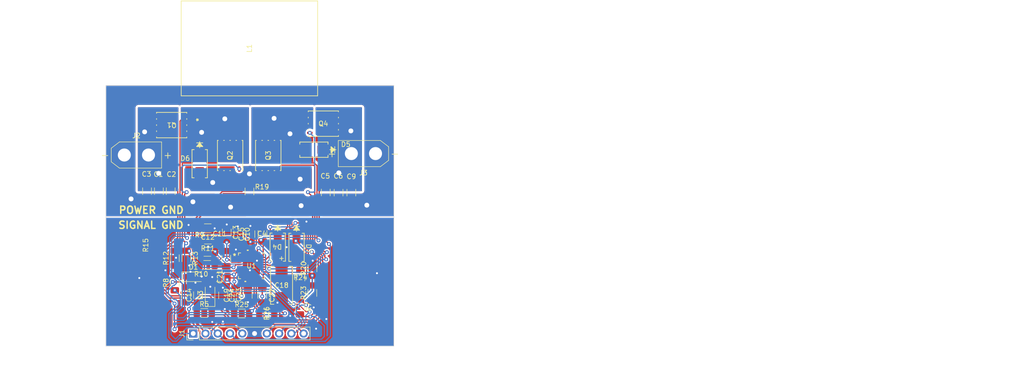
<source format=kicad_pcb>
(kicad_pcb (version 20221018) (generator pcbnew)
  (layers (0 "F.Cu" signal) (31 "B.Cu" signal) (34 "B.Paste" user) (35 "F.Paste" user) (36 "B.SilkS" user "B.Silkscreen") (37 "F.SilkS" user "F.Silkscreen") (38 "B.Mask" user) (39 "F.Mask" user) (44 "Edge.Cuts" user))
  (net 0 "")
  (net 1 "GND")
  (net 2 "Net-(D4-K)")
  (net 3 "SW1")
  (net 4 "VOUT")
  (net 5 "SS")
  (net 6 "SENSE-")
  (net 7 "SENSE+")
  (net 8 "Net-(C12-Pad2)")
  (net 9 "ITH")
  (net 10 "VIN")
  (net 11 "EXTVCC")
  (net 12 "INTVCC")
  (net 13 "FCB")
  (net 14 "PLLFLTR")
  (net 15 "Net-(D7-K)")
  (net 16 "SW2")
  (net 17 "STBYMD")
  (net 18 "Net-(C24-Pad2)")
  (net 19 "RUN")
  (net 20 "SHUNT+")
  (net 21 "PGOOD")
  (net 22 "PLLIN")
  (net 23 "TG2")
  (net 24 "BG2")
  (net 25 "BG1")
  (net 26 "TG1")
  (net 27 "VOS+")
  (net 28 "VOSENSE")
  (net 29 "BOOST1")
  (net 30 "BOOST2")
  (net 39 "VCC")
  (footprint "Mechatronic Footprints:CR_SMA_320-340AE_DIO" (layer "F.Cu") (at 132.0458 115.7 180)
    (fp_text reference "D5")
    (fp_text value "1N5819HW")
  )
  (footprint "Mechatronic Footprints:PG-TDSON-8_INF" (layer "F.Cu") (at 122.6 116.9 90)
    (fp_text reference "Q3")
    (fp_text value "BSC009NE2LS5IATMA1 C (BG1)(2A)(BOOST)")
  )
  (footprint "Capacitor_SMD:C_1206_3216Metric_Pad1.33x1.80mm_HandSolder" (layer "F.Cu") (at 99.95 124.3 90)
    (fp_text reference "C1")
    (fp_text value "10u 35V")
  )
  (footprint "Resistor_SMD:R_1206_3216Metric_Pad1.30x1.75mm_HandSolder" (layer "F.Cu") (at 122.3 149.6375)
    (fp_text reference "R26")
    (fp_text value "0")
  )
  (footprint "Capacitor_SMD:C_1206_3216Metric_Pad1.33x1.80mm_HandSolder" (layer "F.Cu") (at 118.35 145.8 90)
    (fp_text reference "C23")
    (fp_text value "0.01u")
  )
  (footprint "Diode_SMD:D_SOD-123" (layer "F.Cu") (at 107.1 142.0375)
    (fp_text reference "D1")
    (fp_text value "4.7V Zener")
  )
  (footprint "Resistor_SMD:R_1206_3216Metric_Pad1.30x1.75mm_HandSolder" (layer "F.Cu") (at 105.65 138.1875 -90)
    (fp_text reference "R13")
    (fp_text value "8.06K 1%")
  )
  (footprint "Mechatronic Footprints:CR_SMA_320-340AE_DIO" (layer "F.Cu") (at 108.4 118.6 -90)
    (fp_text reference "D6")
    (fp_text value "B0540W")
  )
  (footprint "Capacitor_SMD:C_1206_3216Metric_Pad1.33x1.80mm_HandSolder" (layer "F.Cu") (at 137.15 124.6 90)
    (fp_text reference "C6")
    (fp_text value "22u 16V")
  )
  (footprint "Resistor_SMD:R_1206_3216Metric_Pad1.30x1.75mm_HandSolder" (layer "F.Cu") (at 131.75 140.2875 90)
    (fp_text reference "R20")
    (fp_text value "12.4K 1%")
  )
  (footprint "Resistor_SMD:R_1206_3216Metric_Pad1.30x1.75mm_HandSolder" (layer "F.Cu") (at 109.95 139.575 180)
    (fp_text reference "R10")
    (fp_text value "100 1%")
  )
  (footprint "Resistor_SMD:R_1206_3216Metric_Pad1.30x1.75mm_HandSolder" (layer "F.Cu") (at 105.55 145.7875 90)
    (fp_text reference "R15")
    (fp_text value "51K")
  )
  (footprint "Mechatronic Footprints:LOWESRCAPMP7.6X4.3_3.1N_KEM" (layer "F.Cu") (at 125.35 143.809694 -90)
    (fp_text reference "C18")
    (fp_text value "4.7u Low ESR")
  )
  (footprint "Resistor_SMD:R_1206_3216Metric_Pad1.30x1.75mm_HandSolder" (layer "F.Cu") (at 109.35 149.5375)
    (fp_text reference "R5")
    (fp_text value "10")
  )
  (footprint "Connector_AMASS:AMASS_XT30U-M_1x02_P5.0mm_Vertical" (layer "F.Cu") (at 92.8 116.8)
    (fp_text reference "J2")
    (fp_text value "Power In")
  )
  (footprint "Capacitor_SMD:C_1206_3216Metric_Pad1.33x1.80mm_HandSolder" (layer "F.Cu") (at 114 132.8375 -90)
    (fp_text reference "C13")
    (fp_text value "47p")
  )
  (footprint "Resistor_SMD:R_1206_3216Metric_Pad1.30x1.75mm_HandSolder" (layer "F.Cu") (at 103.25 138.1875 90)
    (fp_text reference "R12")
    (fp_text value "113K 1%")
  )
  (footprint "Resistor_SMD:R_1206_3216Metric_Pad1.30x1.75mm_HandSolder" (layer "F.Cu") (at 117.1 149.6375)
    (fp_text reference "R25")
    (fp_text value "1")
  )
  (footprint "Capacitor_SMD:C_1206_3216Metric_Pad1.33x1.80mm_HandSolder" (layer "F.Cu") (at 118.9 133.2 90)
    (fp_text reference "C15")
    (fp_text value "1u")
  )
  (footprint "Capacitor_SMD:C_1206_3216Metric_Pad1.33x1.80mm_HandSolder" (layer "F.Cu") (at 121.35 145.8 90)
    (fp_text reference "C22")
    (fp_text value ".22u 16V")
  )
  (footprint "Connector_PinHeader_2.54mm:PinHeader_1x10_P2.54mm_Vertical" (layer "F.Cu") (at 107.06 153.8 90)
    (fp_text reference "J1")
    (fp_text value "Header Pins")
  )
  (footprint "Resistor_SMD:R_1206_3216Metric_Pad1.30x1.75mm_HandSolder" (layer "F.Cu") (at 110.1 134.3375 180)
    (fp_text reference "R11")
    (fp_text value "30K")
  )
  (footprint "Resistor_SMD:R_1206_3216Metric_Pad1.30x1.75mm_HandSolder" (layer "F.Cu") (at 103.25 143.2875 90)
    (fp_text reference "R8")
    (fp_text value "10")
  )
  (footprint "Capacitor_SMD:C_1206_3216Metric_Pad1.33x1.80mm_HandSolder" (layer "F.Cu") (at 97.5 124.3 90)
    (fp_text reference "C3")
    (fp_text value "10u 35V")
  )
  (footprint "Resistor_SMD:R_1206_3216Metric_Pad1.30x1.75mm_HandSolder" (layer "F.Cu") (at 118.7 124.35 -90)
    (fp_text reference "R19")
    (fp_text value "25m 2%")
  )
  (footprint "Capacitor_SMD:C_1206_3216Metric_Pad1.33x1.80mm_HandSolder" (layer "F.Cu") (at 139.8 124.6 90)
    (fp_text reference "C9")
    (fp_text value "22u 16V")
  )
  (footprint "Capacitor_SMD:C_1206_3216Metric_Pad1.33x1.80mm_HandSolder" (layer "F.Cu") (at 112.5875 142.1375)
    (fp_text reference "C21")
    (fp_text value "10000p")
  )
  (footprint "Resistor_SMD:R_1206_3216Metric_Pad1.30x1.75mm_HandSolder" (layer "F.Cu") (at 129.15 148.2875 -90)
    (fp_text reference "R7")
    (fp_text value "10k")
  )
  (footprint "Resistor_SMD:R_1206_3216Metric_Pad1.30x1.75mm_HandSolder" (layer "F.Cu") (at 131.7253 145.3875 90)
    (fp_text reference "R23")
    (fp_text value "47.5K 1%")
  )
  (footprint "Resistor_SMD:R_1206_3216Metric_Pad1.30x1.75mm_HandSolder" (layer "F.Cu") (at 129.25 142.1875 90)
    (fp_text reference "R24")
    (fp_text value "0")
  )
  (footprint "Capacitor_SMD:C_1206_3216Metric_Pad1.33x1.80mm_HandSolder" (layer "F.Cu") (at 116.4 133.2375 -90)
    (fp_text reference "C10")
    (fp_text value ".22u")
  )
  (footprint "Mechatronic Footprints:PG-TDSON-8_INF" (layer "F.Cu") (at 134 110.3)
    (fp_text reference "Q4")
    (fp_text value "BSC009NE2LS5IATMA1 D (TG1)(2B)(BOOST)")
  )
  (footprint "Capacitor_SMD:C_1206_3216Metric_Pad1.33x1.80mm_HandSolder" (layer "F.Cu") (at 113.25 145.9 -90)
    (fp_text reference "C24")
    (fp_text value "1n")
  )
  (footprint "Capacitor_SMD:C_1206_3216Metric_Pad1.33x1.80mm_HandSolder" (layer "F.Cu") (at 113.9 138.275 90)
    (fp_text reference "C11")
    (fp_text value "68p")
  )
  (footprint "Mechatronic Footprints:PG-TDSON-8_INF" (layer "F.Cu") (at 114.7 116.9 90)
    (fp_text reference "Q2")
    (fp_text value "BSC009NE2LS5IATMA1 B (BG2)(1B)(BUCK)")
  )
  (footprint "Connector_AMASS:AMASS_XT30U-F_1x02_P5.0mm_Vertical" (layer "F.Cu") (at 144.8 116.5 180)
    (fp_text reference "J3")
    (fp_text value "Power Out")
  )
  (footprint "Mechatronic Footprints:CR_SMA_320-340AE_DIO" (layer "F.Cu") (at 124.55 135.8917 -90)
    (fp_text reference "D4")
    (fp_text value "B0540W")
  )
  (footprint "Mechatronic Footprints:QFN-32_UH_LIT" (layer "F.Cu") (at 119.1 139.775)
    (fp_text reference "U1")
    (fp_text value "LTC3780EUH-TRPBF")
  )
  (footprint "Diode_SMD:D_SOD-123" (layer "F.Cu") (at 110.55 145.8375 90)
    (fp_text reference "D3")
    (fp_text value "36V Zener")
  )
  (footprint "Mechatronic Footprints:IND_410680_WRE" (layer "F.Cu") (at 118.7 94.7 90)
    (fp_text reference "L1")
    (fp_text value "10u")
  )
  (footprint "Capacitor_SMD:C_1206_3216Metric_Pad1.33x1.80mm_HandSolder" (layer "F.Cu") (at 110.0735 131.9828 180)
    (fp_text reference "C12")
    (fp_text value "3.3n")
  )
  (footprint "Mechatronic Footprints:PG-TDSON-8_INF" (layer "F.Cu") (at 102.6 110.6 180)
    (fp_text reference "Q1")
    (fp_text value "BSC009NE2LS5IATMA1 A (TG2)(1A)(BUCK)")
  )
  (footprint "Resistor_SMD:R_1206_3216Metric_Pad1.30x1.75mm_HandSolder" (layer "F.Cu") (at 110 136.875 180)
    (fp_text reference "R9")
    (fp_text value "100 1%")
  )
  (footprint "Capacitor_SMD:C_1206_3216Metric_Pad1.33x1.80mm_HandSolder" (layer "F.Cu") (at 121.4 133.1625 -90)
    (fp_text reference "C4")
    (fp_text value ".22u 16V")
  )
  (footprint "Capacitor_SMD:C_1206_3216Metric_Pad1.33x1.80mm_HandSolder" (layer "F.Cu") (at 115.85 145.9 90)
    (fp_text reference "C19")
    (fp_text value "1000p")
  )
  (footprint "Mechatronic Footprints:CR_SMA_320-340AE_DIO" (layer "F.Cu") (at 128.45 135.9375 -90)
    (fp_text reference "D7")
    (fp_text value "B0540W")
  )
  (footprint "Capacitor_SMD:C_1206_3216Metric_Pad1.33x1.80mm_HandSolder" (layer "F.Cu") (at 108.05 145.8375 90)
    (fp_text reference "C14")
    (fp_text value "0.1u")
  )
  (footprint "Capacitor_SMD:C_1206_3216Metric_Pad1.33x1.80mm_HandSolder" (layer "F.Cu") (at 102.4 124.3 90)
    (fp_text reference "C2")
    (fp_text value "10u 35V")
  )
  (footprint "Capacitor_SMD:C_1206_3216Metric_Pad1.33x1.80mm_HandSolder" (layer "F.Cu") (at 134.5 124.5625 90)
    (fp_text reference "C5")
    (fp_text value "22u 16V")
  )
  (gr_line (start 89 102.4) (end 89 156.4) (stroke (width 0.1)) (layer "Edge.Cuts"))
  (gr_line (start 148.6 156.4) (end 148.6 102.4) (stroke (width 0.1)) (layer "Edge.Cuts"))
  (gr_line (start 148.6 102.4) (end 89 102.4) (stroke (width 0.1)) (layer "Edge.Cuts"))
  (gr_line (start 89 156.4) (end 148.6 156.4) (stroke (width 0.1)) (layer "Edge.Cuts"))
  (gr_text "POWER GND" (at 91.5 129.1) (layer "F.SilkS") (effects (font (size 1.5 1.5) (thickness 0.3) bold) (justify left bottom)))
  (gr_text "SIGNAL GND" (at 91.4 132.2) (layer "F.SilkS") (effects (font (size 1.5 1.5) (thickness 0.3) bold) (justify left bottom)))
  (segment (start 107.399 138.149) (end 107.399 136.001) (width 0.25) (layer "F.Cu") (net 1))
  (segment (start 118.85 140.025) (end 119.1 139.775) (width 0.25) (layer "F.Cu") (net 1))
  (segment (start 117.600499 124.800499) (end 118.7 125.9) (width 0.25) (layer "F.Cu") (net 1))
  (segment (start 116.6476 140.025) (end 118.85 140.025) (width 0.25) (layer "F.Cu") (net 1))
  (segment (start 113.300207 124.800499) (end 117.600499 124.800499) (width 0.25) (layer "F.Cu") (net 1))
  (segment (start 108.4 139.15) (end 107.399 138.149) (width 0.25) (layer "F.Cu") (net 1))
  (segment (start 107.3 135.902) (end 107.3 130.800706) (width 0.25) (layer "F.Cu") (net 1))
  (segment (start 115.95 147.3625) (end 115.85 147.4625) (width 0.25) (layer "F.Cu") (net 1))
  (segment (start 115.8 147.2) (end 115.95 147.3625) (width 0.25) (layer "F.Cu") (net 1))
  (segment (start 107.3 130.800706) (end 113.300207 124.800499) (width 0.25) (layer "F.Cu") (net 1))
  (segment (start 107.399 136.001) (end 107.3 135.902) (width 0.25) (layer "F.Cu") (net 1))
  (segment (start 118.799599 140.075401) (end 119.1 139.775) (width 0.25) (layer "F.Cu") (net 1))
  (segment (start 121.5524 140.525001) (end 119.850001 140.525001) (width 0.25) (layer "F.Cu") (net 1))
  (segment (start 118.35 147.3625) (end 118.4 147.3) (width 0.25) (layer "F.Cu") (net 1))
  (segment (start 118.4 147.3) (end 115.8 147.2) (width 0.25) (layer "F.Cu") (net 1))
  (segment (start 119.850001 140.525001) (end 119.1 139.775) (width 0.25) (layer "F.Cu") (net 1))
  (via (at 94.2 125.9) (size 1.5) (drill 1) (layers "F.Cu" "B.Cu") (net 1))
  (via (at 120.2566 138.702793) (size 0.8) (drill 0.4) (layers "F.Cu" "B.Cu") (net 1))
  (via (at 115.8 147.2) (size 0.8) (drill 0.4) (layers "F.Cu" "B.Cu") (net 1))
  (via (at 110.2 135.8) (size 0.8) (drill 0.4) (layers "F.Cu" "B.Cu") (net 1))
  (via (at 106.2245 139.7) (size 0.8) (drill 0.4) (layers "F.Cu" "B.Cu") (net 1))
  (via (at 131.8 138.7) (size 0.8) (drill 0.4) (layers "F.Cu" "B.Cu") (net 1))
  (via (at 106.1 131.3) (size 0.8) (drill 0.4) (layers "F.Cu" "B.Cu") (net 1))
  (via (at 101.3 140.7) (size 0.8) (drill 0.4) (layers "F.Cu" "B.Cu") (net 1))
  (via (at 124.5 147.4) (size 0.8) (drill 0.4) (layers "F.Cu" "B.Cu") (net 1))
  (via (at 113.2 151.3245) (size 0.8) (drill 0.4) (layers "F.Cu" "B.Cu") (net 1))
  (via (at 103.5 138.1) (size 0.8) (drill 0.4) (layers "F.Cu" "B.Cu") (net 1))
  (via (at 107 126.5) (size 1.5) (drill 1) (layers "F.Cu" "B.Cu") (net 1))
  (via (at 114 131.2) (size 0.8) (drill 0.4) (layers "F.Cu" "B.Cu") (net 1))
  (via (at 132 148.4) (size 0.8) (drill 0.4) (layers "F.Cu" "B.Cu") (net 1))
  (via (at 111 142.1) (size 0.8) (drill 0.4) (layers "F.Cu" "B.Cu") (net 1))
  (via (at 118.9 131.5) (size 0.8) (drill 0.4) (layers "F.Cu" "B.Cu") (net 1))
  (via (at 111 151.4) (size 0.8) (drill 0.4) (layers "F.Cu" "B.Cu") (net 1))
  (via (at 143 127.2) (size 1.5) (drill 1) (layers "F.Cu" "B.Cu") (net 1))
  (via (at 108.8 142) (size 0.8) (drill 0.4) (layers "F.Cu" "B.Cu") (net 1))
  (via (at 118.8 140.7) (size 0.8) (drill 0.4) (layers "F.Cu" "B.Cu") (net 1))
  (via (at 126.4 135.9) (size 0.8) (drill 0.4) (layers "F.Cu" "B.Cu") (net 1))
  (via (at 116.3 131.6) (size 0.8) (drill 0.4) (layers "F.Cu" "B.Cu") (net 1))
  (via (at 127.15 150.15) (size 0.8) (drill 0.4) (layers "F.Cu" "B.Cu") (net 1))
  (via (at 107.524077 143.263594) (size 0.8) (drill 0.4) (layers "F.Cu" "B.Cu") (net 1))
  (via (at 130.5 130.6) (size 0.8) (drill 0.4) (layers "F.Cu" "B.Cu") (net 1))
  (via (at 106.5 141) (size 0.8) (drill 0.4) (layers "F.Cu" "B.Cu") (net 1))
  (via (at 134.6255 150.8) (size 0.8) (drill 0.4) (layers "F.Cu" "B.Cu") (net 1))
  (via (at 115.9 136.4) (size 0.8) (drill 0.4) (layers "F.Cu" "B.Cu") (net 1))
  (via (at 113.6 148.725999) (size 0.8) (drill 0.4) (layers "F.Cu" "B.Cu") (net 1))
  (via (at 110.6 144.1) (size 0.8) (drill 0.4) (layers "F.Cu" "B.Cu") (net 1))
  (via (at 132.5 152.8) (size 0.8) (drill 0.4) (layers "F.Cu" "B.Cu") (net 1))
  (via (at 114.8 127.6) (size 1.5) (drill 1) (layers "F.Cu" "B.Cu") (net 1))
  (via (at 118.4 147.3) (size 0.8) (drill 0.4) (layers "F.Cu" "B.Cu") (net 1))
  (via (at 95.9 142.3) (size 0.8) (drill 0.4) (layers "F.Cu" "B.Cu") (net 1))
  (via (at 129.4 127.3) (size 1.5) (drill 1) (layers "F.Cu" "B.Cu") (net 1))
  (via (at 111.5 132) (size 0.8) (drill 0.4) (layers "F.Cu" "B.Cu") (net 1))
  (via (at 113.2 144.3) (size 0.8) (drill 0.4) (layers "F.Cu" "B.Cu") (net 1))
  (via (at 145.1 141.3) (size 0.8) (drill 0.4) (layers "F.Cu" "B.Cu") (net 1))
  (segment (start 129.342178 132.5) (end 125.844552 132.5) (width 0.25) (layer "F.Cu") (net 2))
  (segment (start 129.9847 139.9028) (end 129.9847 133.142522) (width 0.25) (layer "F.Cu") (net 2))
  (segment (start 126.6 130.9) (end 126.6 131.744552) (width 0.25) (layer "F.Cu") (net 2))
  (segment (start 124.55 133.794552) (end 124.55 134.0375) (width 0.25) (layer "F.Cu") (net 2))
  (segment (start 129.9847 133.142522) (end 129.342178 132.5) (width 0.25) (layer "F.Cu") (net 2))
  (segment (start 121.4 131.6) (end 122.1 130.9) (width 0.25) (layer "F.Cu") (net 2))
  (segment (start 129.25 140.6375) (end 129.9847 139.9028) (width 0.25) (layer "F.Cu") (net 2))
  (segment (start 126.6 131.744552) (end 124.55 133.794552) (width 0.25) (layer "F.Cu") (net 2))
  (segment (start 122.1 130.9) (end 126.6 130.9) (width 0.25) (layer "F.Cu") (net 2))
  (segment (start 124.9709 114.0044) (end 129.416999 118.450499) (width 0.25) (layer "F.Cu") (net 3))
  (segment (start 132.681706 134.181706) (end 133 134.5) (width 0.25) (layer "F.Cu") (net 3))
  (segment (start 121.1 134.4) (end 121.4 134.725) (width 0.25) (layer "F.Cu") (net 3))
  (segment (start 124.505 114.0044) (end 124.9709 114.0044) (width 0.25) (layer "F.Cu") (net 3))
  (segment (start 132.681706 118.995517) (end 132.681706 134.181706) (width 0.25) (layer "F.Cu") (net 3))
  (segment (start 132.136688 118.450499) (end 132.681706 118.995517) (width 0.25) (layer "F.Cu") (net 3))
  (segment (start 129.416999 118.450499) (end 132.136688 118.450499) (width 0.25) (layer "F.Cu") (net 3))
  (segment (start 121.5524 138.025001) (end 121.5524 134.8774) (width 0.25) (layer "F.Cu") (net 3))
  (segment (start 121.5524 134.8774) (end 121.1 134.4) (width 0.25) (layer "F.Cu") (net 3))
  (via (at 127.1 112.4) (size 1.5) (drill 1) (layers "F.Cu" "B.Cu") (net 3))
  (via (at 133 134.5) (size 0.8) (drill 0.4) (layers "F.Cu" "B.Cu") (net 3))
  (via (at 123.8 109.2) (size 1.5) (drill 1) (layers "F.Cu" "B.Cu") (net 3))
  (via (at 121.1 134.4) (size 0.8) (drill 0.4) (layers "F.Cu" "B.Cu") (net 3))
  (segment (start 121.625 133.875) (end 132.375 133.875) (width 0.25) (layer "B.Cu") (net 3))
  (segment (start 132.375 133.875) (end 133 134.5) (width 0.25) (layer "B.Cu") (net 3))
  (segment (start 121.1 134.4) (end 121.625 133.875) (width 0.25) (layer "B.Cu") (net 3))
  (segment (start 134.5 123) (end 133.131207 124.368793) (width 0.25) (layer "F.Cu") (net 4))
  (segment (start 133.131207 124.368793) (end 133.131207 133.224997) (width 0.25) (layer "F.Cu") (net 4))
  (segment (start 133.131207 133.224997) (end 135.153105 135.246895) (width 0.25) (layer "F.Cu") (net 4))
  (via (at 135.153105 135.246895) (size 0.8) (drill 0.4) (layers "F.Cu" "B.Cu") (net 4))
  (via (at 137.2 120.5) (size 1.5) (drill 1) (layers "F.Cu" "B.Cu") (net 4))
  (via (at 103.250002 144.837499) (size 0.8) (drill 0.4) (layers "F.Cu" "B.Cu") (net 4))
  (via (at 139.7 111.8) (size 1.5) (drill 1) (layers "F.Cu" "B.Cu") (net 4))
  (segment (start 112.14 153.8) (end 110.965 152.625) (width 0.25) (layer "B.Cu") (net 4))
  (segment (start 102.474001 149.886287) (end 103.586285 148.774003) (width 0.25) (layer "B.Cu") (net 4))
  (segment (start 110.965 152.625) (end 105.71069 152.625) (width 0.25) (layer "B.Cu") (net 4))
  (segment (start 113.764501 155.424501) (end 134.375499 155.424501) (width 0.25) (layer "B.Cu") (net 4))
  (segment (start 103.641226 148.750998) (end 103.709291 148.750998) (width 0.25) (layer "B.Cu") (net 4))
  (segment (start 105.71069 152.625) (end 103.386189 154.949501) (width 0.25) (layer "B.Cu") (net 4))
  (segment (start 102.474001 154.037313) (end 102.474001 149.886287) (width 0.25) (layer "B.Cu") (net 4))
  (segment (start 135.45 154.35) (end 135.45 135.54379) (width 0.25) (layer "B.Cu") (net 4))
  (segment (start 103.709291 148.750998) (end 104.374001 148.086287) (width 0.25) (layer "B.Cu") (net 4))
  (segment (start 135.45 135.54379) (end 135.153105 135.246895) (width 0.25) (layer "B.Cu") (net 4))
  (segment (start 104.374001 145.961498) (end 103.250002 144.837499) (width 0.25) (layer "B.Cu") (net 4))
  (segment (start 104.374001 148.086287) (end 104.374001 145.961498) (width 0.25) (layer "B.Cu") (net 4))
  (segment (start 103.618221 148.774003) (end 103.641226 148.750998) (width 0.25) (layer "B.Cu") (net 4))
  (segment (start 134.375499 155.424501) (end 135.45 154.35) (width 0.25) (layer "B.Cu") (net 4))
  (segment (start 103.586285 148.774003) (end 103.618221 148.774003) (width 0.25) (layer "B.Cu") (net 4))
  (segment (start 112.14 153.8) (end 113.764501 155.424501) (width 0.25) (layer "B.Cu") (net 4))
  (segment (start 103.386189 154.949501) (end 102.474001 154.037313) (width 0.25) (layer "B.Cu") (net 4))
  (segment (start 117.85 136.62138) (end 117.85 137.3226) (width 0.25) (layer "F.Cu") (net 5))
  (segment (start 116.4 134.8) (end 116.4 135.17138) (width 0.25) (layer "F.Cu") (net 5))
  (segment (start 116.4 135.17138) (end 117.85 136.62138) (width 0.25) (layer "F.Cu") (net 5))
  (segment (start 116.6476 138.525) (end 115.14752 138.525) (width 0.2) (layer "F.Cu") (net 6))
  (segment (start 113.276596 137.798404) (end 111.5 139.575) (width 0.2) (layer "F.Cu") (net 6))
  (segment (start 111.7625 139.8375) (end 111.5 139.575) (width 0.2) (layer "F.Cu") (net 6))
  (segment (start 114.420924 137.798404) (end 113.276596 137.798404) (width 0.2) (layer "F.Cu") (net 6))
  (segment (start 115.14752 138.525) (end 114.420924 137.798404) (width 0.2) (layer "F.Cu") (net 6))
  (segment (start 113.9 139.8375) (end 111.7625 139.8375) (width 0.2) (layer "F.Cu") (net 6))
  (segment (start 111.6 136.8) (end 113.7375 136.875) (width 0.2) (layer "F.Cu") (net 7))
  (segment (start 128.840719 147.725402) (end 130.399926 149.284609) (width 0.2) (layer "F.Cu") (net 7))
  (segment (start 127.85 147.725402) (end 128.840719 147.725402) (width 0.2) (layer "F.Cu") (net 7))
  (segment (start 116.6476 138.025001) (end 115.212501 138.025001) (width 0.2) (layer "F.Cu") (net 7))
  (segment (start 113.7375 136.875) (end 113.9 136.7125) (width 0.2) (layer "F.Cu") (net 7))
  (segment (start 111.55 136.875) (end 111.6 136.8) (width 0.2) (layer "F.Cu") (net 7))
  (segment (start 115.212501 138.025001) (end 113.9 136.7125) (width 0.2) (layer "F.Cu") (net 7))
  (segment (start 130.399926 149.284609) (end 131.158097 149.284609) (width 0.2) (layer "F.Cu") (net 7))
  (via (at 111.6 136.8) (size 0.8) (drill 0.4) (layers "F.Cu" "B.Cu") (net 7))
  (via (at 131.158097 149.284609) (size 0.8) (drill 0.4) (layers "F.Cu" "B.Cu") (net 7))
  (via (at 127.85 147.725402) (size 0.8) (drill 0.4) (layers "F.Cu" "B.Cu") (net 7))
  (segment (start 127.425402 147.725402) (end 127.85 147.725402) (width 0.2) (layer "B.Cu") (net 7))
  (segment (start 113.953426 139.4) (end 119.1 139.4) (width 0.2) (layer "B.Cu") (net 7))
  (segment (start 111.6 137.046574) (end 113.953426 139.4) (width 0.2) (layer "B.Cu") (net 7))
  (segment (start 127.38 153.8) (end 128.043095 153.8) (width 0.2) (layer "B.Cu") (net 7))
  (segment (start 130.377537 151.465558) (end 130.377537 150.065169) (width 0.2) (layer "B.Cu") (net 7))
  (segment (start 130.377537 150.065169) (end 131.158097 149.284609) (width 0.2) (layer "B.Cu") (net 7))
  (segment (start 111.6 136.8) (end 111.6 137.046574) (width 0.2) (layer "B.Cu") (net 7))
  (segment (start 119.1 139.4) (end 127.425402 147.725402) (width 0.2) (layer "B.Cu") (net 7))
  (segment (start 128.043095 153.8) (end 130.377537 151.465558) (width 0.2) (layer "B.Cu") (net 7))
  (segment (start 108.55 134.3375) (end 108.55 132.0218) (width 0.25) (layer "F.Cu") (net 8))
  (segment (start 108.55 132.0218) (end 108.511 131.9828) (width 0.25) (layer "F.Cu") (net 8))
  (segment (start 111.65 134.3375) (end 112.2125 134.9) (width 0.25) (layer "F.Cu") (net 9))
  (segment (start 116.6476 139.024999) (end 115.047183 139.024999) (width 0.25) (layer "F.Cu") (net 9))
  (segment (start 114.520088 138.497904) (end 114.040574 138.497904) (width 0.25) (layer "F.Cu") (net 9))
  (segment (start 115.047183 139.024999) (end 114.520088 138.497904) (width 0.25) (layer "F.Cu") (net 9))
  (segment (start 112.2125 134.9) (end 114 134.9) (width 0.25) (layer "F.Cu") (net 9))
  (via (at 114 134.9) (size 0.8) (drill 0.4) (layers "F.Cu" "B.Cu") (net 9))
  (via (at 114.040574 138.497904) (size 0.8) (drill 0.4) (layers "F.Cu" "B.Cu") (net 9))
  (segment (start 114.040574 138.497904) (end 114 138.45733) (width 0.25) (layer "B.Cu") (net 9))
  (segment (start 114 138.45733) (end 114 134.9) (width 0.25) (layer "B.Cu") (net 9))
  (segment (start 102.7375 122.7375) (end 103.872499 123.872499) (width 0.25) (layer "F.Cu") (net 10))
  (segment (start 107.8 147.65) (end 108.05 147.4) (width 0.25) (layer "F.Cu") (net 10))
  (segment (start 105.6125 147.4) (end 105.55 147.3375) (width 0.25) (layer "F.Cu") (net 10))
  (segment (start 103.377642 134.3755) (end 102.540143 135.212999) (width 0.25) (layer "F.Cu") (net 10))
  (segment (start 108.14569 151.9) (end 108.684501 152.438811) (width 0.25) (layer "F.Cu") (net 10))
  (segment (start 102.163451 146.445835) (end 104.658335 146.445835) (width 0.25) (layer "F.Cu") (net 10))
  (segment (start 107.8 151.9) (end 108.14569 151.9) (width 0.25) (layer "F.Cu") (net 10))
  (segment (start 102.4 122.7375) (end 102.7375 122.7375) (width 0.25) (layer "F.Cu") (net 10))
  (segment (start 108.684501 152.438811) (end 108.684501 152.684501) (width 0.25) (layer "F.Cu") (net 10))
  (segment (start 107.8 149.5375) (end 107.8 151.9) (width 0.25) (layer "F.Cu") (net 10))
  (segment (start 108.05 147.4) (end 105.6125 147.4) (width 0.25) (layer "F.Cu") (net 10))
  (segment (start 99.950499 144.232883) (end 102.163451 146.445835) (width 0.25) (layer "F.Cu") (net 10))
  (segment (start 108.684501 152.684501) (end 109.6 153.6) (width 0.25) (layer "F.Cu") (net 10))
  (segment (start 103.872499 123.872499) (end 103.872499 133.880643) (width 0.25) (layer "F.Cu") (net 10))
  (segment (start 99.950499 137.463138) (end 99.950499 144.232883) (width 0.25) (layer "F.Cu") (net 10))
  (segment (start 104.658335 146.445835) (end 105.55 147.3375) (width 0.25) (layer "F.Cu") (net 10))
  (segment (start 102.540143 135.212999) (end 102.200638 135.212999) (width 0.25) (layer "F.Cu") (net 10))
  (segment (start 107.8 149.5375) (end 107.8 147.65) (width 0.25) (layer "F.Cu") (net 10))
  (segment (start 102.200638 135.212999) (end 99.950499 137.463138) (width 0.25) (layer "F.Cu") (net 10))
  (segment (start 109.6 153.6) (end 109.6 153.8) (width 0.25) (layer "F.Cu") (net 10))
  (segment (start 103.872499 133.880643) (end 103.377642 134.3755) (width 0.25) (layer "F.Cu") (net 10))
  (via (at 97 112) (size 1.5) (drill 1) (layers "F.Cu" "B.Cu") (net 10))
  (via (at 99.9 120.6) (size 1.5) (drill 1) (layers "F.Cu" "B.Cu") (net 10))
  (segment (start 122.725536 139.024999) (end 122.831166 138.919369) (width 0.25) (layer "F.Cu") (net 11))
  (segment (start 121.5524 139.024999) (end 122.725536 139.024999) (width 0.25) (layer "F.Cu") (net 11))
  (via (at 122.831166 138.919369) (size 0.8) (drill 0.4) (layers "F.Cu" "B.Cu") (net 11))
  (via (at 118.9 134.8) (size 0.8) (drill 0.4) (layers "F.Cu" "B.Cu") (net 11))
  (segment (start 103.500098 146.7755) (end 103.100098 146.7755) (width 0.25) (layer "B.Cu") (net 11))
  (segment (start 103.432032 148.324502) (end 103.455037 148.301497) (width 0.25) (layer "B.Cu") (net 11))
  (segment (start 105.17138 153.8) (end 103.572378 155.399002) (width 0.25) (layer "B.Cu") (net 11))
  (segment (start 120.300707 134.8) (end 122.831166 137.330459) (width 0.25) (layer "B.Cu") (net 11))
  (segment (start 102.924598 143.834464) (end 103.124598 143.834464) (width 0.25) (layer "B.Cu") (net 11))
  (segment (start 102.149 133.942441) (end 102.890941 133.2005) (width 0.25) (layer "B.Cu") (net 11))
  (segment (start 102.0245 154.59588) (end 102.0245 149.700098) (width 0.25) (layer "B.Cu") (net 11))
  (segment (start 102.149 141.409866) (end 102.149 133.942441) (width 0.25) (layer "B.Cu") (net 11))
  (segment (start 102.0245 149.700098) (end 103.400096 148.324502) (width 0.25) (layer "B.Cu") (net 11))
  (segment (start 103.523102 148.301497) (end 103.9245 147.900098) (width 0.25) (layer "B.Cu") (net 11))
  (segment (start 107.06 153.8) (end 105.17138 153.8) (width 0.25) (layer "B.Cu") (net 11))
  (segment (start 117.3005 133.2005) (end 118.9 134.8) (width 0.25) (layer "B.Cu") (net 11))
  (segment (start 122.831166 137.330459) (end 122.831166 138.919369) (width 0.25) (layer "B.Cu") (net 11))
  (segment (start 103.9245 147.199902) (end 103.500098 146.7755) (width 0.25) (layer "B.Cu") (net 11))
  (segment (start 103.549 143.410062) (end 103.549 142.809866) (width 0.25) (layer "B.Cu") (net 11))
  (segment (start 103.400096 148.324502) (end 103.432032 148.324502) (width 0.25) (layer "B.Cu") (net 11))
  (segment (start 103.572378 155.399002) (end 102.827622 155.399002) (width 0.25) (layer "B.Cu") (net 11))
  (segment (start 103.100098 146.7755) (end 101.925443 145.600845) (width 0.25) (layer "B.Cu") (net 11))
  (segment (start 103.549 142.809866) (end 102.149 141.409866) (width 0.25) (layer "B.Cu") (net 11))
  (segment (start 102.890941 133.2005) (end 117.3005 133.2005) (width 0.25) (layer "B.Cu") (net 11))
  (segment (start 103.455037 148.301497) (end 103.523102 148.301497) (width 0.25) (layer "B.Cu") (net 11))
  (segment (start 102.827622 155.399002) (end 102.0245 154.59588) (width 0.25) (layer "B.Cu") (net 11))
  (segment (start 101.925443 145.600845) (end 101.925443 144.833619) (width 0.25) (layer "B.Cu") (net 11))
  (segment (start 103.124598 143.834464) (end 103.549 143.410062) (width 0.25) (layer "B.Cu") (net 11))
  (segment (start 101.925443 144.833619) (end 102.924598 143.834464) (width 0.25) (layer "B.Cu") (net 11))
  (segment (start 118.9 134.8) (end 120.300707 134.8) (width 0.25) (layer "B.Cu") (net 11))
  (segment (start 103.9245 147.900098) (end 103.9245 147.199902) (width 0.25) (layer "B.Cu") (net 11))
  (segment (start 131.387098 146.9375) (end 130.412299 147.912299) (width 0.25) (layer "F.Cu") (net 12))
  (segment (start 129.15 146.7375) (end 129.35 146.9375) (width 0.25) (layer "F.Cu") (net 12))
  (segment (start 127.574196 140.009704) (end 128.45 139.1339) (width 0.25) (layer "F.Cu") (net 12))
  (segment (start 127.574196 145.161696) (end 127.574196 140.009704) (width 0.25) (layer "F.Cu") (net 12))
  (segment (start 122.50584 139.643869) (end 123.156492 139.643869) (width 0.25) (layer "F.Cu") (net 12))
  (segment (start 123.156492 139.643869) (end 123.161945 139.638416) (width 0.25) (layer "F.Cu") (net 12))
  (segment (start 121.5524 139.525) (end 122.386971 139.525) (width 0.25) (layer "F.Cu") (net 12))
  (segment (start 123.161945 139.638416) (end 123.850916 139.638416) (width 0.25) (layer "F.Cu") (net 12))
  (segment (start 123.850916 139.638416) (end 125.35 141.1375) (width 0.25) (layer "F.Cu") (net 12))
  (segment (start 124.55 140.3375) (end 124.55 137.7459) (width 0.25) (layer "F.Cu") (net 12))
  (segment (start 129.35 146.9375) (end 129.4375 146.9375) (width 0.25) (layer "F.Cu") (net 12))
  (segment (start 128.45 139.1339) (end 128.45 137.7917) (width 0.25) (layer "F.Cu") (net 12))
  (segment (start 131.7253 146.9375) (end 131.387098 146.9375) (width 0.25) (layer "F.Cu") (net 12))
  (segment (start 125.35 141.1375) (end 128.45 138.0375) (width 0.25) (layer "F.Cu") (net 12))
  (segment (start 128.45 138.0375) (end 128.45 137.7917) (width 0.25) (layer "F.Cu") (net 12))
  (segment (start 129.4375 146.9375) (end 130.412299 147.912299) (width 0.25) (layer "F.Cu") (net 12))
  (segment (start 122.386971 139.525) (end 122.50584 139.643869) (width 0.25) (layer "F.Cu") (net 12))
  (segment (start 125.35 141.1375) (end 124.55 140.3375) (width 0.25) (layer "F.Cu") (net 12))
  (segment (start 129.15 146.7375) (end 127.574196 145.161696) (width 0.25) (layer "F.Cu") (net 12))
  (via (at 130.412299 147.912299) (size 0.8) (drill 0.4) (layers "F.Cu" "B.Cu") (net 12))
  (segment (start 128.4 149.4) (end 128.4 148.9) (width 0.25) (layer "B.Cu") (net 12))
  (segment (start 128.744756 152.498004) (end 129.953036 151.289724) (width 0.25) (layer "B.Cu") (net 12))
  (segment (start 124.84 153.8) (end 126.141996 152.498004) (width 0.25) (layer "B.Cu") (net 12))
  (segment (start 128.4 148.9) (end 129.387701 147.912299) (width 0.25) (layer "B.Cu") (net 12))
  (segment (start 129.953036 151.289724) (end 129.953036 150.953036) (width 0.25) (layer "B.Cu") (net 12))
  (segment (start 129.387701 147.912299) (end 130.412299 147.912299) (width 0.25) (layer "B.Cu") (net 12))
  (segment (start 129.953036 150.953036) (end 128.4 149.4) (width 0.25) (layer "B.Cu") (net 12))
  (segment (start 126.141996 152.498004) (end 128.744756 152.498004) (width 0.25) (layer "B.Cu") (net 12))
  (segment (start 115.57525 144.06275) (end 115.85 144.3375) (width 0.25) (layer "F.Cu") (net 13))
  (segment (start 115.611288 141.549) (end 115.5 141.549) (width 0.25) (layer "F.Cu") (net 13))
  (segment (start 116.135288 141.025) (end 115.611288 141.549) (width 0.25) (layer "F.Cu") (net 13))
  (segment (start 115.57525 143.050652) (end 115.57525 144.06275) (width 0.25) (layer "F.Cu") (net 13))
  (segment (start 116.6476 141.025) (end 116.135288 141.025) (width 0.25) (layer "F.Cu") (net 13))
  (via (at 115.5 141.549) (size 0.8) (drill 0.4) (layers "F.Cu" "B.Cu") (net 13))
  (via (at 115.57525 143.050652) (size 0.8) (drill 0.4) (layers "F.Cu" "B.Cu") (net 13))
  (segment (start 115.5 141.549) (end 115.5 142.975402) (width 0.25) (layer "B.Cu") (net 13))
  (segment (start 124.051497 152.048503) (end 122.3 153.8) (width 0.25) (layer "B.Cu") (net 13))
  (segment (start 113.2 142.8) (end 115.5 145.1) (width 0.25) (layer "B.Cu") (net 13))
  (segment (start 129.48569 151.12138) (end 128.558567 152.048503) (width 0.25) (layer "B.Cu") (net 13))
  (segment (start 123.46431 145.1) (end 129.48569 151.12138) (width 0.25) (layer "B.Cu") (net 13))
  (segment (start 113.551 141.549) (end 113.2 141.9) (width 0.25) (layer "B.Cu") (net 13))
  (segment (start 128.558567 152.048503) (end 124.051497 152.048503) (width 0.25) (layer "B.Cu") (net 13))
  (segment (start 115.5 142.975402) (end 115.57525 143.050652) (width 0.25) (layer "B.Cu") (net 13))
  (segment (start 115.5 141.549) (end 113.551 141.549) (width 0.25) (layer "B.Cu") (net 13))
  (segment (start 113.2 141.9) (end 113.2 142.8) (width 0.25) (layer "B.Cu") (net 13))
  (segment (start 115.5 145.1) (end 123.46431 145.1) (width 0.25) (layer "B.Cu") (net 13))
  (segment (start 131.7 143.8122) (end 131.7253 143.8375) (width 0.25) (layer "F.Cu") (net 14))
  (segment (start 114.15 142.1375) (end 114.1 142.6) (width 0.25) (layer "F.Cu") (net 14))
  (segment (start 115.899099 142.2735) (end 116.6476 141.524999) (width 0.25) (layer "F.Cu") (net 14))
  (segment (start 114.1 142.6) (end 114.286 142.2735) (width 0.25) (layer "F.Cu") (net 14))
  (segment (start 131.75 141.8375) (end 131.7 141.8) (width 0.25) (layer "F.Cu") (net 14))
  (segment (start 114.286 142.2735) (end 115.899099 142.2735) (width 0.25) (layer "F.Cu") (net 14))
  (segment (start 131.7 141.8) (end 131.7 143.8122) (width 0.25) (layer "F.Cu") (net 14))
  (via (at 114.1 142.6) (size 0.8) (drill 0.4) (layers "F.Cu" "B.Cu") (net 14))
  (via (at 131.7 141.8) (size 0.8) (drill 0.4) (layers "F.Cu" "B.Cu") (net 14))
  (segment (start 128.05 148.55) (end 127.649664 148.55) (width 0.25) (layer "B.Cu") (net 14))
  (segment (start 123.724165 144.624501) (end 116.124501 144.624501) (width 0.25) (layer "B.Cu") (net 14))
  (segment (start 116.124501 144.624501) (end 114.1 142.6) (width 0.25) (layer "B.Cu") (net 14))
  (segment (start 131.7 144.9) (end 128.05 148.55) (width 0.25) (layer "B.Cu") (net 14))
  (segment (start 131.7 141.8) (end 131.7 144.9) (width 0.25) (layer "B.Cu") (net 14))
  (segment (start 127.649664 148.55) (end 123.724165 144.624501) (width 0.25) (layer "B.Cu") (net 14))
  (segment (start 123.85 150.45) (end 124.4 151) (width 0.25) (layer "F.Cu") (net 15))
  (segment (start 130.547989 150.993911) (end 130.564518 150.993911) (width 0.25) (layer "F.Cu") (net 15))
  (segment (start 130.570607 151) (end 131.618521 151) (width 0.25) (layer "F.Cu") (net 15))
  (segment (start 133.399501 149.21902) (end 133.399501 137.913749) (width 0.25) (layer "F.Cu") (net 15))
  (segment (start 130.5419 151) (end 130.547989 150.993911) (width 0.25) (layer "F.Cu") (net 15))
  (segment (start 132.031385 137.312999) (end 131.608202 136.889816) (width 0.25) (layer "F.Cu") (net 15))
  (segment (start 131.618521 151) (end 133.399501 149.21902) (width 0.25) (layer "F.Cu") (net 15))
  (segment (start 123.85 149.6375) (end 123.85 150.45) (width 0.25) (layer "F.Cu") (net 15))
  (segment (start 133.101998 137.615635) (end 132.799362 137.312999) (width 0.25) (layer "F.Cu") (net 15))
  (segment (start 121.35 147.3625) (end 122.5875 148.6) (width 0.25) (layer "F.Cu") (net 15))
  (segment (start 122.8125 148.6) (end 123.85 149.6375) (width 0.25) (layer "F.Cu") (net 15))
  (segment (start 132.799362 137.312999) (end 132.031385 137.312999) (width 0.25) (layer "F.Cu") (net 15))
  (segment (start 122.5875 148.6) (end 122.8125 148.6) (width 0.25) (layer "F.Cu") (net 15))
  (segment (start 133.399501 137.913749) (end 133.101998 137.616246) (width 0.25) (layer "F.Cu") (net 15))
  (segment (start 124.4 151) (end 130.5419 151) (width 0.25) (layer "F.Cu") (net 15))
  (segment (start 130.564518 150.993911) (end 130.570607 151) (width 0.25) (layer "F.Cu") (net 15))
  (segment (start 133.101998 137.616246) (end 133.101998 137.615635) (width 0.25) (layer "F.Cu") (net 15))
  (via (at 131.608202 136.889816) (size 0.8) (drill 0.4) (layers "F.Cu" "B.Cu") (net 15))
  (via (at 128.3 134.6) (size 0.8) (drill 0.4) (layers "F.Cu" "B.Cu") (net 15))
  (segment (start 130.589816 136.889816) (end 131.608202 136.889816) (width 0.25) (layer "B.Cu") (net 15))
  (segment (start 128.3 134.6) (end 130.589816 136.889816) (width 0.25) (layer "B.Cu") (net 15))
  (segment (start 104.8 117.1) (end 104.8 134.3) (width 0.25) (layer "F.Cu") (net 16))
  (segment (start 121.35 144.2375) (end 121.35 146.09424) (width 0.25) (layer "F.Cu") (net 16))
  (segment (start 121.5524 144.0351) (end 121.35 144.2375) (width 0.25) (layer "F.Cu") (net 16))
  (segment (start 121.5524 141.524999) (end 121.5524 144.0351) (width 0.25) (layer "F.Cu") (net 16))
  (segment (start 104.8 116) (end 104.8 117.1) (width 0.25) (layer "F.Cu") (net 16))
  (segment (start 104.8 134.3) (end 105.6 135.1) (width 0.25) (layer "F.Cu") (net 16))
  (segment (start 112.795 114.0044) (end 106.7956 114.0044) (width 0.25) (layer "F.Cu") (net 16))
  (segment (start 121.35 146.09424) (end 121.34424 146.1) (width 0.25) (layer "F.Cu") (net 16))
  (segment (start 106.2 114.6) (end 104.8 116) (width 0.25) (layer "F.Cu") (net 16))
  (segment (start 106.7956 114.0044) (end 106.2 114.6) (width 0.25) (layer "F.Cu") (net 16))
  (via (at 108.8 112.1) (size 1.5) (drill 1) (layers "F.Cu" "B.Cu") (net 16))
  (via (at 119.22274 149.12274) (size 0.8) (drill 0.4) (layers "F.Cu" "B.Cu") (net 16))
  (via (at 113.6 109.3) (size 1.5) (drill 1) (layers "F.Cu" "B.Cu") (net 16))
  (via (at 105.6 135.1) (size 0.8) (drill 0.4) (layers "F.Cu" "B.Cu") (net 16))
  (via (at 121.34424 146.1) (size 0.8) (drill 0.4) (layers "F.Cu" "B.Cu") (net 16))
  (segment (start 104.639603 149.65) (end 104.013604 149.65) (width 0.25) (layer "B.Cu") (net 16))
  (segment (start 104.013604 149.65) (end 103.75 149.913604) (width 0.25) (layer "B.Cu") (net 16))
  (segment (start 103.75 150.286396) (end 104.013604 150.55) (width 0.25) (layer "B.Cu") (net 16))
  (segment (start 105.273003 149.0166) (end 104.639603 149.65) (width 0.25) (layer "B.Cu") (net 16))
  (segment (start 118.894981 149.450499) (end 119.22274 149.12274) (width 0.25) (layer "B.Cu") (net 16))
  (segment (start 105.273003 135.426997) (end 105.273003 149.0166) (width 0.25) (layer "B.Cu") (net 16))
  (segment (start 121.34424 147.00124) (end 119.22274 149.12274) (width 0.25) (layer "B.Cu") (net 16))
  (segment (start 103.75 149.913604) (end 103.75 150.286396) (width 0.25) (layer "B.Cu") (net 16))
  (segment (start 105.012395 150.55) (end 106.111896 149.450499) (width 0.25) (layer "B.Cu") (net 16))
  (segment (start 105.6 135.1) (end 105.273003 135.426997) (width 0.25) (layer "B.Cu") (net 16))
  (segment (start 106.111896 149.450499) (end 118.894981 149.450499) (width 0.25) (layer "B.Cu") (net 16))
  (segment (start 104.013604 150.55) (end 105.012395 150.55) (width 0.25) (layer "B.Cu") (net 16))
  (segment (start 121.34424 146.1) (end 121.34424 147.00124) (width 0.25) (layer "B.Cu") (net 16))
  (segment (start 119.049501 143.436189) (end 119.049501 143.537999) (width 0.25) (layer "F.Cu") (net 17))
  (segment (start 118.349999 142.736687) (end 119.049501 143.436189) (width 0.25) (layer "F.Cu") (net 17))
  (segment (start 118.349999 142.2274) (end 118.349999 142.736687) (width 0.25) (layer "F.Cu") (net 17))
  (segment (start 119.049501 143.537999) (end 118.35 144.2375) (width 0.25) (layer "F.Cu") (net 17))
  (segment (start 115.55 149.6375) (end 113.375 147.4625) (width 0.25) (layer "F.Cu") (net 18))
  (segment (start 113.375 147.4625) (end 113.25 147.4625) (width 0.25) (layer "F.Cu") (net 18))
  (segment (start 109.624363 140.8245) (end 115.700098 140.8245) (width 0.25) (layer "F.Cu") (net 19))
  (segment (start 103.2 147.600002) (end 103.199999 147.600001) (width 0.25) (layer "F.Cu") (net 19))
  (segment (start 115.700098 140.8245) (end 115.999597 140.525001) (width 0.25) (layer "F.Cu") (net 19))
  (segment (start 109.525 142.640317) (end 109.525 140.923863) (width 0.25) (layer "F.Cu") (net 19))
  (segment (start 103.2 152.9) (end 103.2 147.600002) (width 0.25) (layer "F.Cu") (net 19))
  (segment (start 115.999597 140.525001) (end 116.6476 140.525001) (width 0.25) (layer "F.Cu") (net 19))
  (segment (start 105.55 144.2375) (end 104.422464 143.109964) (width 0.25) (layer "F.Cu") (net 19))
  (segment (start 105.45 142.0375) (end 107.322581 142.0375) (width 0.25) (layer "F.Cu") (net 19))
  (segment (start 107.322581 142.0375) (end 108.247581 142.9625) (width 0.25) (layer "F.Cu") (net 19))
  (segment (start 108.247581 142.9625) (end 109.202817 142.9625) (width 0.25) (layer "F.Cu") (net 19))
  (segment (start 109.525 140.923863) (end 109.624363 140.8245) (width 0.25) (layer "F.Cu") (net 19))
  (segment (start 105.45 144.1375) (end 105.55 144.2375) (width 0.25) (layer "F.Cu") (net 19))
  (segment (start 104.422464 143.109964) (end 102.8245 143.109964) (width 0.25) (layer "F.Cu") (net 19))
  (segment (start 109.202817 142.9625) (end 109.525 142.640317) (width 0.25) (layer "F.Cu") (net 19))
  (segment (start 105.45 142.0375) (end 105.45 144.1375) (width 0.25) (layer "F.Cu") (net 19))
  (via (at 103.2 152.9) (size 0.8) (drill 0.4) (layers "F.Cu" "B.Cu") (net 19))
  (via (at 102.8245 143.109964) (size 0.8) (drill 0.4) (layers "F.Cu" "B.Cu") (net 19))
  (via (at 103.199999 147.600001) (size 0.8) (drill 0.4) (layers "F.Cu" "B.Cu") (net 19))
  (segment (start 115.595499 152.175499) (end 103.924501 152.175499) (width 0.25) (layer "B.Cu") (net 19))
  (segment (start 101.475942 144.458522) (end 101.475942 145.875944) (width 0.25) (layer "B.Cu") (net 19))
  (segment (start 117.22 153.8) (end 115.595499 152.175499) (width 0.25) (layer "B.Cu") (net 19))
  (segment (start 103.924501 152.175499) (end 103.2 152.9) (width 0.25) (layer "B.Cu") (net 19))
  (segment (start 101.475942 145.875944) (end 103.199999 147.600001) (width 0.25) (layer "B.Cu") (net 19))
  (segment (start 102.8245 143.109964) (end 101.475942 144.458522) (width 0.25) (layer "B.Cu") (net 19))
  (segment (start 109.375 140.438173) (end 109.013173 140.8) (width 0.25) (layer "F.Cu") (net 20))
  (segment (start 106.949 139.962173) (end 106.949 136.399902) (width 0.25) (layer "F.Cu") (net 20))
  (segment (start 106.949 136.399902) (end 106.85 136.300902) (width 0.25) (layer "F.Cu") (net 20))
  (segment (start 113.113811 124.350499) (end 117.149501 124.350499) (width 0.25) (layer "F.Cu") (net 20))
  (segment (start 107.786827 140.8) (end 106.949 139.962173) (width 0.25) (layer "F.Cu") (net 20))
  (segment (start 109.013173 140.8) (end 107.786827 140.8) (width 0.25) (layer "F.Cu") (net 20))
  (segment (start 108.45 136.875) (end 109.375 137.8) (width 0.25) (layer "F.Cu") (net 20))
  (segment (start 109.375 137.8) (end 109.375 140.438173) (width 0.25) (layer "F.Cu") (net 20))
  (segment (start 117.149501 124.350499) (end 118.7 122.8) (width 0.25) (layer "F.Cu") (net 20))
  (segment (start 106.85 136.300902) (end 106.85 130.61431) (width 0.25) (layer "F.Cu") (net 20))
  (segment (start 106.85 130.61431) (end 113.113811 124.350499) (width 0.25) (layer "F.Cu") (net 20))
  (via (at 129.2 121.8) (size 1.5) (drill 1) (layers "F.Cu" "B.Cu") (net 20))
  (via (at 118.7 120.7) (size 1.5) (drill 1) (layers "F.Cu" "B.Cu") (net 20))
  (via (at 111.1 122.5) (size 1.5) (drill 1) (layers "F.Cu" "B.Cu") (net 20))
  (segment (start 130.883702 137.332898) (end 131.313304 137.7625) (width 0.25) (layer "F.Cu") (net 21))
  (segment (start 117.675 135.81069) (end 117.675 130.725) (width 0.25) (layer "F.Cu") (net 21))
  (segment (start 130.883702 132.770144) (end 130.883702 137.332898) (width 0.25) (layer "F.Cu") (net 21))
  (segment (start 129.714556 131.600998) (end 130.883702 132.770144) (width 0.25) (layer "F.Cu") (net 21))
  (segment (start 118.399002 130.000998) (end 126.972378 130.000998) (width 0.25) (layer "F.Cu") (net 21))
  (segment (start 131.289018 150.2755) (end 129.588 150.2755) (width 0.25) (layer "F.Cu") (net 21))
  (segment (start 131.313304 137.7625) (end 132.612562 137.7625) (width 0.25) (layer "F.Cu") (net 21))
  (segment (start 126.972378 130.000998) (end 127.499002 130.527622) (width 0.25) (layer "F.Cu") (net 21))
  (segment (start 117.675 130.725) (end 118.399002 130.000998) (width 0.25) (layer "F.Cu") (net 21))
  (segment (start 127.499002 130.527622) (end 127.499002 131.600998) (width 0.25) (layer "F.Cu") (net 21))
  (segment (start 118.349999 137.3226) (end 118.349999 136.485689) (width 0.25) (layer "F.Cu") (net 21))
  (segment (start 132.95 148.614518) (end 131.289018 150.2755) (width 0.25) (layer "F.Cu") (net 21))
  (segment (start 127.499002 131.600998) (end 129.714556 131.600998) (width 0.25) (layer "F.Cu") (net 21))
  (segment (start 118.349999 136.485689) (end 117.675 135.81069) (width 0.25) (layer "F.Cu") (net 21))
  (segment (start 132.95 138.099938) (end 132.95 148.614518) (width 0.25) (layer "F.Cu") (net 21))
  (segment (start 129.588 150.2755) (end 129.15 149.8375) (width 0.25) (layer "F.Cu") (net 21))
  (segment (start 132.612562 137.7625) (end 132.95 138.099938) (width 0.25) (layer "F.Cu") (net 21))
  (via (at 131.289018 150.2755) (size 0.8) (drill 0.4) (layers "F.Cu" "B.Cu") (net 21))
  (segment (start 134.2 154.4) (end 134.2 152.2) (width 0.25) (layer "B.Cu") (net 21))
  (segment (start 134.2 152.2) (end 132.2755 150.2755) (width 0.25) (layer "B.Cu") (net 21))
  (segment (start 114.68 153.8) (end 115.855 154.975) (width 0.25) (layer "B.Cu") (net 21))
  (segment (start 133.625 154.975) (end 134.2 154.4) (width 0.25) (layer "B.Cu") (net 21))
  (segment (start 132.2755 150.2755) (end 131.289018 150.2755) (width 0.25) (layer "B.Cu") (net 21))
  (segment (start 115.855 154.975) (end 133.625 154.975) (width 0.25) (layer "B.Cu") (net 21))
  (segment (start 129.92 153.8) (end 128.019002 151.899002) (width 0.25) (layer "F.Cu") (net 22))
  (segment (start 110.775 154.286701) (end 110.086701 154.975) (width 0.25) (layer "F.Cu") (net 22))
  (segment (start 108.425 154.286701) (end 108.425 153.313299) (width 0.25) (layer "F.Cu") (net 22))
  (segment (start 117.125 143.586827) (end 117.125 145.975) (width 0.25) (layer "F.Cu") (net 22))
  (segment (start 110.775 153.313299) (end 110.775 154.286701) (width 0.25) (layer "F.Cu") (net 22))
  (segment (start 128.019002 151.899002) (end 113.650096 151.899002) (width 0.25) (layer "F.Cu") (net 22))
  (segment (start 108.411701 153.3) (end 108.235 153.3) (width 0.25) (layer "F.Cu") (net 22))
  (segment (start 112.899902 152.049) (end 112.650902 151.8) (width 0.25) (layer "F.Cu") (net 22))
  (segment (start 108.235 152.625) (end 107.88931 152.625) (width 0.25) (layer "F.Cu") (net 22))
  (segment (start 117.85 142.2274) (end 117.85 142.861827) (width 0.25) (layer "F.Cu") (net 22))
  (segment (start 108.235 153.3) (end 108.235 152.625) (width 0.25) (layer "F.Cu") (net 22))
  (segment (start 108.425 153.313299) (end 108.411701 153.3) (width 0.25) (layer "F.Cu") (net 22))
  (segment (start 112.650902 151.8) (end 112.288299 151.8) (width 0.25) (layer "F.Cu") (net 22))
  (segment (start 109.113299 154.975) (end 108.425 154.286701) (width 0.25) (layer "F.Cu") (net 22))
  (segment (start 113.500098 152.049) (end 112.899902 152.049) (width 0.25) (layer "F.Cu") (net 22))
  (segment (start 110.086701 154.975) (end 109.113299 154.975) (width 0.25) (layer "F.Cu") (net 22))
  (segment (start 112.288299 151.8) (end 110.775 153.313299) (width 0.25) (layer "F.Cu") (net 22))
  (segment (start 113.650096 151.899002) (end 113.500098 152.049) (width 0.25) (layer "F.Cu") (net 22))
  (segment (start 106.2 150.93569) (end 106.2 148.725999) (width 0.25) (layer "F.Cu") (net 22))
  (segment (start 107.88931 152.625) (end 106.2 150.93569) (width 0.25) (layer "F.Cu") (net 22))
  (segment (start 117.85 142.861827) (end 117.125 143.586827) (width 0.25) (layer "F.Cu") (net 22))
  (via (at 117.1 146) (size 0.8) (drill 0.4) (layers "F.Cu" "B.Cu") (net 22))
  (via (at 106.2 148.725999) (size 0.8) (drill 0.4) (layers "F.Cu" "B.Cu") (net 22))
  (segment (start 108.656267 146) (end 106.2 148.456267) (width 0.25) (layer "B.Cu") (net 22))
  (segment (start 117.1 146) (end 108.656267 146) (width 0.25) (layer "B.Cu") (net 22))
  (segment (start 106.2 148.456267) (end 106.2 148.725999) (width 0.25) (layer "B.Cu") (net 22))
  (segment (start 110.436651 145.996334) (end 102.34964 145.996334) (width 0.25) (layer "F.Cu") (net 23))
  (segment (start 116.188173 150.8375) (end 114.911827 150.8375) (width 0.25) (layer "F.Cu") (net 23))
  (segment (start 120.549327 148.4375) (end 121.388173 148.4375) (width 0.25) (layer "F.Cu") (net 23))
  (segment (start 100.4 144.046694) (end 100.4 137.649327) (width 0.25) (layer "F.Cu") (net 23))
  (segment (start 121.388173 150.8375) (end 118.011827 150.8375) (width 0.25) (layer "F.Cu") (net 23))
  (segment (start 114.911827 150.8375) (end 113.524826 149.450499) (width 0.25) (layer "F.Cu") (net 23))
  (segment (start 105.4 108.7) (end 105.37388 108.7) (width 0.25) (layer "F.Cu") (net 23))
  (segment (start 121.388173 148.4375) (end 121.725 148.774327) (width 0.25) (layer "F.Cu") (net 23))
  (segment (start 118.011827 150.8375) (end 117.974327 150.8) (width 0.25) (layer "F.Cu") (net 23))
  (segment (start 113.299195 149.450499) (end 112.025 148.176304) (width 0.25) (layer "F.Cu") (net 23))
  (segment (start 112.025 148.176304) (end 112.025 147.584683) (width 0.25) (layer "F.Cu") (net 23))
  (segment (start 120.35 143.361828) (end 120.125 143.586828) (width 0.25) (layer "F.Cu") (net 23))
  (segment (start 105.37388 108.7) (end 104.322 109.75188) (width 0.25) (layer "F.Cu") (net 23))
  (segment (start 104.322 135.078) (end 104.3 135.1) (width 0.25) (layer "F.Cu") (net 23))
  (segment (start 113.524826 149.450499) (end 113.299195 149.450499) (width 0.25) (layer "F.Cu") (net 23))
  (segment (start 103.7375 135.6625) (end 104.3 135.1) (width 0.25) (layer "F.Cu") (net 23))
  (segment (start 120.35 142.2274) (end 120.35 143.361828) (width 0.25) (layer "F.Cu") (net 23))
  (segment (start 120.125 143.586828) (end 120.125 148.013173) (width 0.25) (layer "F.Cu") (net 23))
  (segment (start 102.34964 145.996334) (end 100.4 144.046694) (width 0.25) (layer "F.Cu") (net 23))
  (segment (start 116.225673 150.8) (end 116.188173 150.8375) (width 0.25) (layer "F.Cu") (net 23))
  (segment (start 112.025 147.584683) (end 110.436651 145.996334) (width 0.25) (layer "F.Cu") (net 23))
  (segment (start 102.386827 135.6625) (end 103.7375 135.6625) (width 0.25) (layer "F.Cu") (net 23))
  (segment (start 121.725 148.774327) (end 121.725 150.500673) (width 0.25) (layer "F.Cu") (net 23))
  (segment (start 100.4 137.649327) (end 102.386827 135.6625) (width 0.25) (layer "F.Cu") (net 23))
  (segment (start 120.125 148.013173) (end 120.549327 148.4375) (width 0.25) (layer "F.Cu") (net 23))
  (segment (start 117.974327 150.8) (end 116.225673 150.8) (width 0.25) (layer "F.Cu") (net 23))
  (segment (start 104.322 109.75188) (end 104.322 135.078) (width 0.25) (layer "F.Cu") (net 23))
  (segment (start 121.725 150.500673) (end 121.388173 150.8375) (width 0.25) (layer "F.Cu") (net 23))
  (segment (start 121.5524 141.025) (end 122.229401 141.025) (width 0.25) (layer "F.Cu") (net 24))
  (segment (start 125.718988 149.618988) (end 126.0587 149.618988) (width 0.25) (layer "F.Cu") (net 24))
  (segment (start 123.9 148.4375) (end 124.5375 148.4375) (width 0.25) (layer "F.Cu") (net 24))
  (segment (start 122.229401 141.025) (end 123.125804 141.921403) (width 0.25) (layer "F.Cu") (net 24))
  (segment (start 124.5375 148.4375) (end 125.718988 149.618988) (width 0.25) (layer "F.Cu") (net 24))
  (segment (start 105.8 134) (end 105.6 133.8) (width 0.25) (layer "F.Cu") (net 24))
  (segment (start 105.6 133.8) (end 105.3 133.8) (width 0.25) (layer "F.Cu") (net 24))
  (segment (start 105.3 124.9) (end 105.7 124.5) (width 0.25) (layer "F.Cu") (net 24))
  (segment (start 123.125804 147.663304) (end 123.9 148.4375) (width 0.25) (layer "F.Cu") (net 24))
  (segment (start 123.125804 141.921403) (end 123.125804 147.663304) (width 0.25) (layer "F.Cu") (net 24))
  (segment (start 105.3 133.8) (end 105.3 124.9) (width 0.25) (layer "F.Cu") (net 24))
  (via (at 116.6 119.7) (size 0.8) (drill 0.4) (layers "F.Cu" "B.Cu") (net 24))
  (via (at 126.0587 149.618988) (size 0.8) (drill 0.4) (layers "F.Cu" "B.Cu") (net 24))
  (via (at 105.7 124.5) (size 0.8) (drill 0.4) (layers "F.Cu" "B.Cu") (net 24))
  (via (at 105.8 134) (size 0.8) (drill 0.4) (layers "F.Cu" "B.Cu") (net 24))
  (segment (start 103.049 151.05607) (end 105.142015 151.05607) (width 0.25) (layer "B.Cu") (net 24))
  (segment (start 103.895481 149.200499) (end 103.795479 149.200499) (width 0.25) (layer "B.Cu") (net 24))
  (segment (start 104.6 119.4) (end 104.6 124.1) (width 0.25) (layer "B.Cu") (net 24))
  (segment (start 102.610787 134.11705) (end 102.610787 141.235963) (width 0.25) (layer "B.Cu") (net 24))
  (segment (start 103.795479 149.200499) (end 103.049 149.946978) (width 0.25) (layer "B.Cu") (net 24))
  (segment (start 104.823502 143.448678) (end 104.823502 148.272476) (width 0.25) (layer "B.Cu") (net 24))
  (segment (start 115.8 118.9) (end 105.1 118.9) (width 0.25) (layer "B.Cu") (net 24))
  (segment (start 106.298085 149.9) (end 125.777688 149.9) (width 0.25) (layer "B.Cu") (net 24))
  (segment (start 116.6 119.7) (end 115.8 118.9) (width 0.25) (layer "B.Cu") (net 24))
  (segment (start 105.4505 133.6505) (end 103.077337 133.6505) (width 0.25) (layer "B.Cu") (net 24))
  (segment (start 105.142015 151.05607) (end 106.298085 149.9) (width 0.25) (layer "B.Cu") (net 24))
  (segment (start 103.077337 133.6505) (end 102.610787 134.11705) (width 0.25) (layer "B.Cu") (net 24))
  (segment (start 102.610787 141.235963) (end 104.823502 143.448678) (width 0.25) (layer "B.Cu") (net 24))
  (segment (start 105.1 118.9) (end 104.6 119.4) (width 0.25) (layer "B.Cu") (net 24))
  (segment (start 104.823502 148.272476) (end 103.895481 149.200499) (width 0.25) (layer "B.Cu") (net 24))
  (segment (start 125.777688 149.9) (end 126.0587 149.618988) (width 0.25) (layer "B.Cu") (net 24))
  (segment (start 103.049 149.946978) (end 103.049 151.05607) (width 0.25) (layer "B.Cu") (net 24))
  (segment (start 104.6 124.1) (end 105 124.5) (width 0.25) (layer "B.Cu") (net 24))
  (segment (start 105 124.5) (end 105.7 124.5) (width 0.25) (layer "B.Cu") (net 24))
  (segment (start 105.8 134) (end 105.4505 133.6505) (width 0.25) (layer "B.Cu") (net 24))
  (segment (start 122.543533 140.118598) (end 122.793304 140.368369) (width 0.25) (layer "F.Cu") (net 25))
  (segment (start 124.505 119.7067) (end 125.3117 118.9) (width 0.25) (layer "F.Cu") (net 25))
  (segment (start 132.232205 134.838772) (end 134.337203 136.94377) (width 0.25) (layer "F.Cu") (net 25))
  (segment (start 132.232205 119.181706) (end 132.232205 134.838772) (width 0.25) (layer "F.Cu") (net 25))
  (segment (start 121.5524 140.025) (end 122.251281 140.025) (width 0.25) (layer "F.Cu") (net 25))
  (segment (start 125.3117 118.9) (end 131.950499 118.9) (width 0.25) (layer "F.Cu") (net 25))
  (segment (start 122.344879 140.118598) (end 122.543533 140.118598) (width 0.25) (layer "F.Cu") (net 25))
  (segment (start 131.950499 118.9) (end 132.232205 119.181706) (width 0.25) (layer "F.Cu") (net 25))
  (segment (start 122.251281 140.025) (end 122.344879 140.118598) (width 0.25) (layer "F.Cu") (net 25))
  (segment (start 134.337203 136.94377) (end 134.7255 136.94377) (width 0.25) (layer "F.Cu") (net 25))
  (via (at 122.793304 140.368369) (size 0.8) (drill 0.4) (layers "F.Cu" "B.Cu") (net 25))
  (via (at 134.7255 136.94377) (size 0.8) (drill 0.4) (layers "F.Cu" "B.Cu") (net 25))
  (segment (start 131.175402 140.4) (end 134.631632 136.94377) (width 0.25) (layer "B.Cu") (net 25))
  (segment (start 122.793304 140.368369) (end 122.824935 140.4) (width 0.25) (layer "B.Cu") (net 25))
  (segment (start 122.824935 140.4) (end 131.175402 140.4) (width 0.25) (layer "B.Cu") (net 25))
  (segment (start 134.631632 136.94377) (end 134.7255 136.94377) (width 0.25) (layer "B.Cu") (net 25))
  (segment (start 134.573502 138.186797) (end 134.573502 138.432779) (width 0.25) (layer "F.Cu") (net 26))
  (segment (start 131.782704 125.482704) (end 131.782704 135.024961) (width 0.25) (layer "F.Cu") (net 26))
  (segment (start 134.298503 137.541371) (end 134.298503 137.911798) (width 0.25) (layer "F.Cu") (net 26))
  (segment (start 131.782704 135.024961) (end 134.001 137.243257) (width 0.25) (layer "F.Cu") (net 26))
  (segment (start 134.298503 137.911798) (end 134.573502 138.186797) (width 0.25) (layer "F.Cu") (net 26))
  (segment (start 134.001 137.243257) (end 134.001 137.243868) (width 0.25) (layer "F.Cu") (net 26))
  (segment (start 120.35 136.35) (end 120.588054 136.111946) (width 0.25) (layer "F.Cu") (net 26))
  (segment (start 130.8 124.5) (end 131.782704 125.482704) (width 0.25) (layer "F.Cu") (net 26))
  (segment (start 120.35 137.3226) (end 120.35 136.35) (width 0.25) (layer "F.Cu") (net 26))
  (segment (start 134.001 137.243868) (end 134.298503 137.541371) (width 0.25) (layer "F.Cu") (net 26))
  (via (at 120.588054 136.111946) (size 0.8) (drill 0.4) (layers "F.Cu" "B.Cu") (net 26))
  (via (at 131.2 112.2) (size 0.8) (drill 0.4) (layers "F.Cu" "B.Cu") (net 26))
  (via (at 134.573502 138.432779) (size 0.8) (drill 0.4) (layers "F.Cu" "B.Cu") (net 26))
  (via (at 130.8 124.5) (size 0.8) (drill 0.4) (layers "F.Cu" "B.Cu") (net 26))
  (segment (start 132.2 113.2) (end 132.2 124.3) (width 0.25) (layer "B.Cu") (net 26))
  (segment (start 122.043576 140.64324) (end 122.518433 141.118097) (width 0.25) (layer "B.Cu") (net 26))
  (segment (start 131.2 112.2) (end 132.2 113.2) (width 0.25) (layer "B.Cu") (net 26))
  (segment (start 132.2 124.3) (end 132 124.5) (width 0.25) (layer "B.Cu") (net 26))
  (segment (start 122.043576 137.567468) (end 122.043576 140.64324) (width 0.25) (layer "B.Cu") (net 26))
  (segment (start 131.092995 141.118097) (end 133.778313 138.432779) (width 0.25) (layer "B.Cu") (net 26))
  (segment (start 133.778313 138.432779) (end 134.573502 138.432779) (width 0.25) (layer "B.Cu") (net 26))
  (segment (start 132 124.5) (end 130.8 124.5) (width 0.25) (layer "B.Cu") (net 26))
  (segment (start 122.518433 141.118097) (end 131.092995 141.118097) (width 0.25) (layer "B.Cu") (net 26))
  (segment (start 120.588054 136.111946) (end 122.043576 137.567468) (width 0.25) (layer "B.Cu") (net 26))
  (segment (start 103.25 141.7375) (end 103.25 139.7375) (width 0.25) (layer "F.Cu") (net 27))
  (segment (start 116.6476 139.525) (end 115.975 139.525) (width 0.25) (layer "F.Cu") (net 28))
  (segment (start 115.975 139.525) (end 115.4 140.1) (width 0.25) (layer "F.Cu") (net 28))
  (segment (start 103.25 136.6375) (end 105.65 136.6375) (width 0.25) (layer "F.Cu") (net 28))
  (via (at 106.2245 136.7) (size 0.8) (drill 0.4) (layers "F.Cu" "B.Cu") (net 28))
  (via (at 115.4 140.1) (size 0.8) (drill 0.4) (layers "F.Cu" "B.Cu") (net 28))
  (segment (start 106.2245 137.3245) (end 106.2245 136.7) (width 0.25) (layer "B.Cu") (net 28))
  (segment (start 109 140.1) (end 106.2245 137.3245) (width 0.25) (layer "B.Cu") (net 28))
  (segment (start 115.4 140.1) (end 109 140.1) (width 0.25) (layer "B.Cu") (net 28))
  (segment (start 130.434201 137.519087) (end 130.525999 137.610885) (width 0.25) (layer "F.Cu") (net 29))
  (segment (start 120.125 130.999327) (end 120.673828 130.450499) (width 0.25) (layer "F.Cu") (net 29))
  (segment (start 120.125 135.413173) (end 120.125 130.999327) (width 0.25) (layer "F.Cu") (net 29))
  (segment (start 119.850001 136.645601) (end 119.7 136.4956) (width 0.25) (layer "F.Cu") (net 29))
  (segment (start 127.049501 130.713811) (end 127.049501 131.930741) (width 0.25) (layer "F.Cu") (net 29))
  (segment (start 126.786189 130.450499) (end 127.049501 130.713811) (width 0.25) (layer "F.Cu") (net 29))
  (segment (start 127.169259 132.050499) (end 129.528367 132.050499) (width 0.25) (layer "F.Cu") (net 29))
  (segment (start 130.525999 142.461501) (end 129.25 143.7375) (width 0.25) (layer "F.Cu") (net 29))
  (segment (start 130.525999 137.610885) (end 130.525999 142.461501) (width 0.25) (layer "F.Cu") (net 29))
  (segment (start 119.850001 137.3226) (end 119.850001 136.645601) (width 0.25) (layer "F.Cu") (net 29))
  (segment (start 127.049501 131.930741) (end 127.169259 132.050499) (width 0.25) (layer "F.Cu") (net 29))
  (segment (start 130.434201 132.956333) (end 130.434201 137.519087) (width 0.25) (layer "F.Cu") (net 29))
  (segment (start 120.673828 130.450499) (end 126.786189 130.450499) (width 0.25) (layer "F.Cu") (net 29))
  (segment (start 119.7 135.838173) (end 120.125 135.413173) (width 0.25) (layer "F.Cu") (net 29))
  (segment (start 129.528367 132.050499) (end 130.434201 132.956333) (width 0.25) (layer "F.Cu") (net 29))
  (segment (start 119.7 136.4956) (end 119.7 135.838173) (width 0.25) (layer "F.Cu") (net 29))
  (segment (start 119.850001 143.226137) (end 119.675499 143.400639) (width 0.25) (layer "F.Cu") (net 30))
  (segment (start 119.850001 142.2274) (end 119.850001 143.226137) (width 0.25) (layer "F.Cu") (net 30))
  (segment (start 119.675499 143.400639) (end 119.675499 148.199362) (width 0.25) (layer "F.Cu") (net 30))
  (segment (start 119.675499 148.199362) (end 120.75 149.273863) (width 0.25) (layer "F.Cu") (net 30))
  (segment (start 120.75 149.273863) (end 120.75 149.6375) (width 0.25) (layer "F.Cu") (net 30))
  (segment (start 129.625746 130.876498) (end 128.223502 130.876498) (width 0.25) (layer "F.Cu") (net 39))
  (segment (start 131.333203 132.583955) (end 129.625746 130.876498) (width 0.25) (layer "F.Cu") (net 39))
  (segment (start 133.551499 137.429446) (end 131.333203 135.21115) (width 0.25) (layer "F.Cu") (net 39))
  (segment (start 132.193618 151.449501) (end 133.849002 149.794117) (width 0.25) (layer "F.Cu") (net 39))
  (segment (start 121.5524 138.525) (end 122.042644 138.525) (width 0.25) (layer "F.Cu") (net 39))
  (segment (start 110.9 147.8375) (end 110.55 147.4875) (width 0.25) (layer "F.Cu") (net 39))
  (segment (start 131.333203 135.21115) (end 131.333203 132.583955) (width 0.25) (layer "F.Cu") (net 39))
  (segment (start 123 137.567644) (end 123 131.7) (width 0.25) (layer "F.Cu") (net 39))
  (segment (start 110.9 149.5375) (end 110.9 147.8375) (width 0.25) (layer "F.Cu") (net 39))
  (segment (start 122.042644 138.525) (end 123 137.567644) (width 0.25) (layer "F.Cu") (net 39))
  (segment (start 124.213811 151.449501) (end 132.193618 151.449501) (width 0.25) (layer "F.Cu") (net 39))
  (segment (start 124.051311 151.287001) (end 124.213811 151.449501) (width 0.25) (layer "F.Cu") (net 39))
  (segment (start 133.551499 137.430057) (end 133.551499 137.429446) (width 0.25) (layer "F.Cu") (net 39))
  (segment (start 110.55 149.45) (end 111 149.9) (width 0.25) (layer "F.Cu") (net 39))
  (segment (start 111 149.9) (end 113.338637 149.9) (width 0.25) (layer "F.Cu") (net 39))
  (segment (start 133.849002 149.794117) (end 133.849002 137.72756) (width 0.25) (layer "F.Cu") (net 39))
  (segment (start 133.849002 137.72756) (end 133.551499 137.430057) (width 0.25) (layer "F.Cu") (net 39))
  (segment (start 110.55 147.4875) (end 110.55 149.45) (width 0.25) (layer "F.Cu") (net 39))
  (segment (start 113.338637 149.9) (end 114.725638 151.287001) (width 0.25) (layer "F.Cu") (net 39))
  (segment (start 114.725638 151.287001) (end 124.051311 151.287001) (width 0.25) (layer "F.Cu") (net 39))
  (via (at 123 131.7) (size 0.8) (drill 0.4) (layers "F.Cu" "B.Cu") (net 39))
  (via (at 128.223502 130.876498) (size 0.8) (drill 0.4) (layers "F.Cu" "B.Cu") (net 39))
  (segment (start 128.223502 130.876498) (end 127.4 131.7) (width 0.25) (layer "B.Cu") (net 39))
  (segment (start 127.4 131.7) (end 123 131.7) (width 0.25) (layer "B.Cu") (net 39))
  (zone (net 1) (net_name "GND") (layers "F&B.Cu") (connect_pads yes (clearance 0.3)) (min_thickness 0.25) (fill yes (thermal_gap 0.5) (thermal_bridge_width 0.5))
    (polygon (pts (xy 148.6 129.8) (xy 89 129.8) (xy 89 156.4) (xy 148.6 156.4)))
  )
  (zone (net 1) (net_name "GND") (layers "F&B.Cu") (connect_pads yes (clearance 0.5)) (min_thickness 0.25) (fill yes (thermal_gap 0.5) (thermal_bridge_width 0.5))
    (polygon (pts (xy 148.6 102.4) (xy 89 102.4) (xy 89 129.5) (xy 148.6 129.5)))
  )
  (zone (net 20) (net_name "SHUNT+") (layers "F&B.Cu") (connect_pads yes (clearance 0.5)) (min_thickness 0.25) (fill yes (thermal_gap 0.5) (thermal_bridge_width 0.5))
    (polygon (pts (xy 132.2 118.8) (xy 104.5 118.8) (xy 104.5 124.3) (xy 132.2 124.3)))
  )
  (zone (net 3) (net_name "SW1") (layers "F&B.Cu") (connect_pads yes (clearance 0.5)) (min_thickness 0.25) (fill yes (thermal_gap 0.5) (thermal_bridge_width 0.5))
    (polygon (pts (xy 132.2 106.9) (xy 118.9 106.9) (xy 118.9 118.6) (xy 132.2 118.6)))
  )
  (zone (net 10) (net_name "VIN") (layers "F&B.Cu") (connect_pads yes (clearance 0.5)) (min_thickness 0.25) (fill yes (thermal_gap 0.5) (thermal_bridge_width 0.5))
    (polygon (pts (xy 104.2 106.9) (xy 95.6 106.9) (xy 95.6 124.3) (xy 104.2 124.3)))
  )
  (zone (net 4) (net_name "VOUT") (layers "F&B.Cu") (connect_pads yes (clearance 0.5)) (min_thickness 0.25) (fill yes (thermal_gap 0.5) (thermal_bridge_width 0.5))
    (polygon (pts (xy 142 106.9) (xy 132.4 106.9) (xy 132.4 124.3) (xy 142 124.3)))
  )
  (zone (net 16) (net_name "SW2") (layers "F&B.Cu") (connect_pads yes (clearance 0.5)) (min_thickness 0.25) (fill yes (thermal_gap 0.5) (thermal_bridge_width 0.5))
    (polygon (pts (xy 118.6 106.9) (xy 104.5 106.9) (xy 104.5 118.6) (xy 118.6 118.6)))
  )
)
</source>
